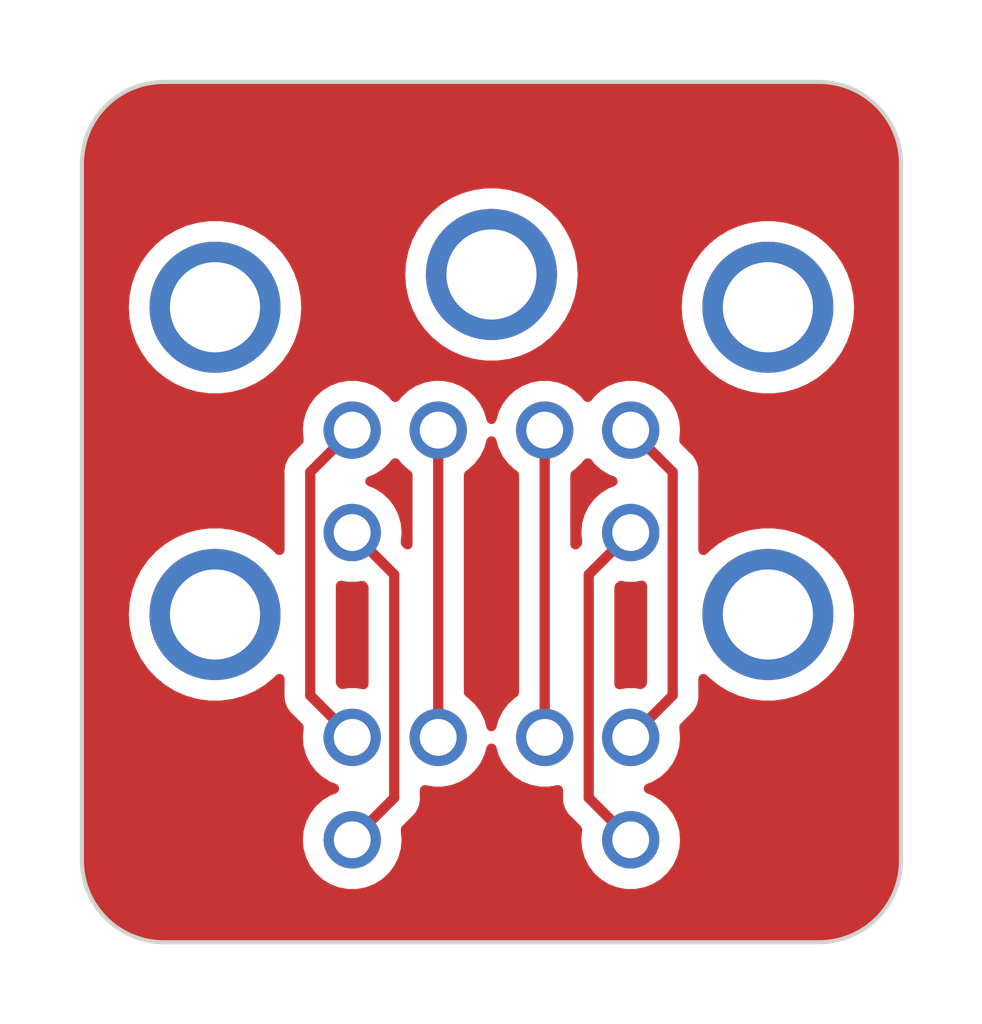
<source format=kicad_pcb>
(kicad_pcb (version 20221018) (generator pcbnew)
  (layers (0 "F.Cu" signal) (31 "B.Cu" signal) (34 "B.Paste" user) (35 "F.Paste" user) (36 "B.SilkS" user "B.Silkscreen") (37 "F.SilkS" user "F.Silkscreen") (38 "B.Mask" user) (39 "F.Mask" user) (44 "Edge.Cuts" user))
  (net 0 "")
  (net 1 "Net-(J1-Pin_1)")
  (net 2 "Net-(J1-Pin_2)")
  (net 3 "Net-(J1-Pin_3)")
  (net 4 "Net-(J1-Pin_4)")
  (net 5 "Net-(J1-Pin_5)")
  (net 6 "Net-(J1-Pin_6)")
  (footprint "Library:PS2" (layer "F.Cu") (at 100 107.5)
    (fp_text reference "J2" hide)
    (fp_text value "Conn_01x06_Pin" hide)
    (pad "" thru_hole circle (at -6.75 5.5) (size 3.2 3.2) (drill 2.2) (layers "*.Cu" "*.Mask"))
    (pad "" thru_hole circle (at 6.75 5.5 90) (size 3.2 3.2) (drill 2.2) (layers "*.Cu" "*.Mask"))
    (pad "1" thru_hole circle (at 1.3 8.5) (size 1.4 1.4) (drill 0.9) (layers "*.Cu" "*.Mask") (net 1 "Net-(J1-Pin_1)"))
    (pad "2" thru_hole circle (at -1.3 8.5) (size 1.4 1.4) (drill 0.9) (layers "*.Cu" "*.Mask") (net 2 "Net-(J1-Pin_2)"))
    (pad "3" thru_hole circle (at 3.4 8.5) (size 1.4 1.4) (drill 0.9) (layers "*.Cu" "*.Mask") (net 3 "Net-(J1-Pin_3)"))
    (pad "4" thru_hole circle (at -3.4 8.5) (size 1.4 1.4) (drill 0.9) (layers "*.Cu" "*.Mask") (net 4 "Net-(J1-Pin_4)"))
    (pad "5" thru_hole circle (at 3.4 11) (size 1.4 1.4) (drill 0.9) (layers "*.Cu" "*.Mask") (net 5 "Net-(J1-Pin_5)"))
    (pad "6" thru_hole circle (at -3.4 11) (size 1.4 1.4) (drill 0.9) (layers "*.Cu" "*.Mask") (net 6 "Net-(J1-Pin_6)"))
  )
  (footprint "Library:PS2" (layer "F.Cu") (at 100 100)
    (fp_text reference "J1" hide)
    (fp_text value "Conn_01x06_Pin" hide)
    (pad "" thru_hole circle (at -6.75 5.5) (size 3.2 3.2) (drill 2.2) (layers "*.Cu" "*.Mask"))
    (pad "" thru_hole circle (at 0 4.7) (size 3.2 3.2) (drill 2.2) (layers "*.Cu" "*.Mask"))
    (pad "" thru_hole circle (at 6.75 5.5 90) (size 3.2 3.2) (drill 2.2) (layers "*.Cu" "*.Mask"))
    (pad "1" thru_hole circle (at 1.3 8.5) (size 1.4 1.4) (drill 0.9) (layers "*.Cu" "*.Mask") (net 1 "Net-(J1-Pin_1)"))
    (pad "2" thru_hole circle (at -1.3 8.5) (size 1.4 1.4) (drill 0.9) (layers "*.Cu" "*.Mask") (net 2 "Net-(J1-Pin_2)"))
    (pad "3" thru_hole circle (at 3.4 8.5) (size 1.4 1.4) (drill 0.9) (layers "*.Cu" "*.Mask") (net 3 "Net-(J1-Pin_3)"))
    (pad "4" thru_hole circle (at -3.4 8.5) (size 1.4 1.4) (drill 0.9) (layers "*.Cu" "*.Mask") (net 4 "Net-(J1-Pin_4)"))
    (pad "5" thru_hole circle (at 3.4 11) (size 1.4 1.4) (drill 0.9) (layers "*.Cu" "*.Mask") (net 5 "Net-(J1-Pin_5)"))
    (pad "6" thru_hole circle (at -3.4 11) (size 1.4 1.4) (drill 0.9) (layers "*.Cu" "*.Mask") (net 6 "Net-(J1-Pin_6)"))
  )
  (gr_arc (start 92 121) (mid 90.585786 120.414214) (end 90 119) (stroke (width 0.1)) (layer "Edge.Cuts"))
  (gr_line (start 90 119) (end 90 102) (stroke (width 0.1)) (layer "Edge.Cuts"))
  (gr_arc (start 108 100) (mid 109.414214 100.585786) (end 110 102) (stroke (width 0.1)) (layer "Edge.Cuts"))
  (gr_line (start 110 102) (end 110 119) (stroke (width 0.1)) (layer "Edge.Cuts"))
  (gr_arc (start 90 102) (mid 90.585786 100.585786) (end 92 100) (stroke (width 0.1)) (layer "Edge.Cuts"))
  (gr_line (start 92 100) (end 108 100) (stroke (width 0.1)) (layer "Edge.Cuts"))
  (gr_line (start 108 121) (end 92 121) (stroke (width 0.1)) (layer "Edge.Cuts"))
  (gr_arc (start 110 119) (mid 109.414214 120.414214) (end 108 121) (stroke (width 0.1)) (layer "Edge.Cuts"))
  (segment (start 101.3 108.5) (end 101.3 116) (width 0.25) (layer "F.Cu") (net 1))
  (segment (start 98.7 108.5) (end 98.7 116) (width 0.25) (layer "F.Cu") (net 2))
  (segment (start 104.425 114.975) (end 103.4 116) (width 0.25) (layer "F.Cu") (net 3))
  (segment (start 104.425 109.525) (end 104.425 114.975) (width 0.25) (layer "F.Cu") (net 3))
  (segment (start 103.4 108.5) (end 104.425 109.525) (width 0.25) (layer "F.Cu") (net 3))
  (segment (start 95.575 109.525) (end 95.575 114.975) (width 0.25) (layer "F.Cu") (net 4))
  (segment (start 95.575 114.975) (end 96.6 116) (width 0.25) (layer "F.Cu") (net 4))
  (segment (start 96.6 108.5) (end 95.575 109.525) (width 0.25) (layer "F.Cu") (net 4))
  (segment (start 103.4 111) (end 102.375 112.025) (width 0.25) (layer "F.Cu") (net 5))
  (segment (start 102.375 112.025) (end 102.375 117.475) (width 0.25) (layer "F.Cu") (net 5))
  (segment (start 102.375 117.475) (end 103.4 118.5) (width 0.25) (layer "F.Cu") (net 5))
  (segment (start 97.625 112.025) (end 97.625 117.475) (width 0.25) (layer "F.Cu") (net 6))
  (segment (start 96.6 111) (end 97.625 112.025) (width 0.25) (layer "F.Cu") (net 6))
  (segment (start 97.625 117.475) (end 96.6 118.5) (width 0.25) (layer "F.Cu") (net 6))
  (zone (net 0) (net_name "") (layer "F.Cu") (connect_pads (clearance 0.5)) (min_thickness 0.25) (fill yes (thermal_gap 0.5) (thermal_bridge_width 0.5) (island_removal_mode 1) (island_area_min 10))
    (polygon (pts (xy 88 98) (xy 112 98) (xy 112 123) (xy 88 123)))
  )
)
</source>
